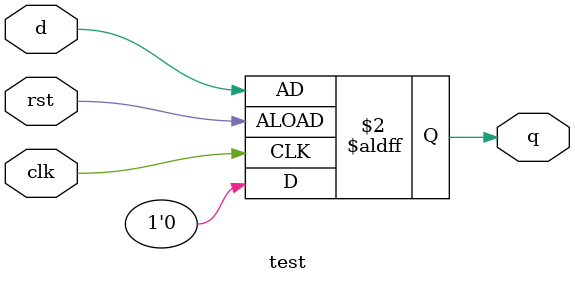
<source format=v>
module test(input d, clk, rst, output reg q);
    always @(posedge clk or negedge rst)
		if(rst)
			q <= 0;
		else
		    q <= d;
endmodule			

</source>
